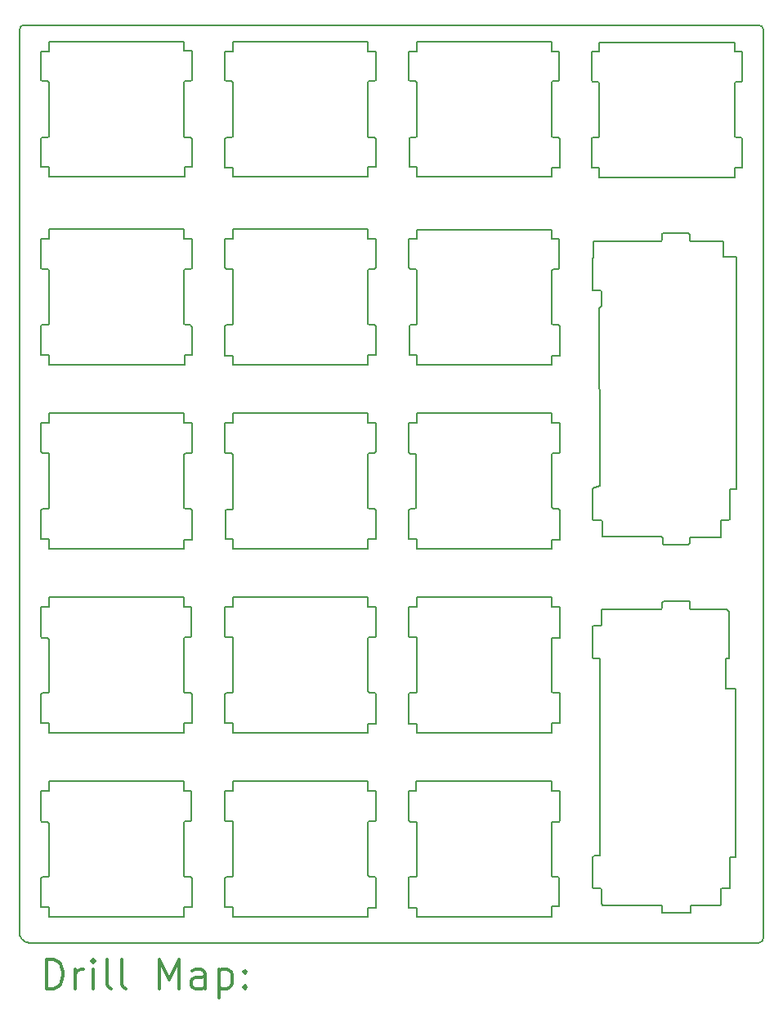
<source format=gbr>
%FSLAX45Y45*%
G04 Gerber Fmt 4.5, Leading zero omitted, Abs format (unit mm)*
G04 Created by KiCad (PCBNEW (5.1.9)-1) date 2021-05-26 14:26:19*
%MOMM*%
%LPD*%
G01*
G04 APERTURE LIST*
%TA.AperFunction,Profile*%
%ADD10C,0.150000*%
%TD*%
%ADD11C,0.200000*%
%ADD12C,0.300000*%
G04 APERTURE END LIST*
D10*
X12115800Y-15021560D02*
X13517880Y-15021560D01*
X13517880Y-15021560D02*
X13517880Y-14925040D01*
X13517880Y-14925040D02*
X13599160Y-14925040D01*
X11623040Y-14030960D02*
X11678920Y-14030960D01*
X11694160Y-14620240D02*
X11678920Y-14610080D01*
X11689080Y-14020800D02*
X11689080Y-13721080D01*
X10129520Y-14020800D02*
X10134600Y-14036040D01*
X11612880Y-14599920D02*
X11612880Y-14041120D01*
X11689080Y-13721080D02*
X11612880Y-13721080D01*
X10205720Y-14051280D02*
X10210800Y-14056360D01*
X10129520Y-14625320D02*
X10129520Y-14919960D01*
X11612880Y-15021560D02*
X11612880Y-14919960D01*
X10134600Y-14036040D02*
X10195560Y-14036040D01*
X11612880Y-14041120D02*
X11623040Y-14030960D01*
X10195560Y-14036040D02*
X10205720Y-14051280D01*
X10129520Y-14919960D02*
X10210800Y-14919960D01*
X10200640Y-14610080D02*
X10144760Y-14610080D01*
X10210800Y-14919960D02*
X10210800Y-15021560D01*
X11678920Y-14610080D02*
X11617960Y-14610080D01*
X11678920Y-14030960D02*
X11689080Y-14020800D01*
X11612880Y-13721080D02*
X11612880Y-13619480D01*
X10210800Y-14056360D02*
X10210800Y-14599920D01*
X11617960Y-14610080D02*
X11612880Y-14599920D01*
X10210800Y-14599920D02*
X10200640Y-14610080D01*
X10144760Y-14610080D02*
X10129520Y-14625320D01*
X10210800Y-15021560D02*
X11612880Y-15021560D01*
X11612880Y-14919960D02*
X11694160Y-14919960D01*
X11694160Y-14919960D02*
X11694160Y-14620240D01*
X13517880Y-13619480D02*
X12115800Y-13619480D01*
X12115800Y-14919960D02*
X12115800Y-15021560D01*
X12110720Y-14030960D02*
X12115800Y-14041120D01*
X12115800Y-14599920D02*
X12105640Y-14610080D01*
X12049760Y-14610080D02*
X12034520Y-14625320D01*
X12034520Y-14919960D02*
X12115800Y-14919960D01*
X13517880Y-14589760D02*
X13517880Y-14041120D01*
X12034520Y-14020800D02*
X12044680Y-14030960D01*
X13599160Y-14020800D02*
X13599160Y-13721080D01*
X13528040Y-14030960D02*
X13589000Y-14030960D01*
X13533120Y-14605000D02*
X13517880Y-14589760D01*
X13517880Y-14041120D02*
X13528040Y-14030960D01*
X12115800Y-13721080D02*
X12034520Y-13721080D01*
X13599160Y-14620240D02*
X13589000Y-14605000D01*
X13589000Y-14605000D02*
X13533120Y-14605000D01*
X13589000Y-14030960D02*
X13599160Y-14020800D01*
X12044680Y-14030960D02*
X12110720Y-14030960D01*
X12115800Y-13619480D02*
X12115800Y-13721080D01*
X12034520Y-14625320D02*
X12034520Y-14919960D01*
X12115800Y-14041120D02*
X12115800Y-14599920D01*
X13599160Y-13721080D02*
X13517880Y-13721080D01*
X13599160Y-14925040D02*
X13599160Y-14620240D01*
X12105640Y-14610080D02*
X12049760Y-14610080D01*
X13517880Y-13721080D02*
X13517880Y-13619480D01*
X12034520Y-13721080D02*
X12034520Y-14020800D01*
X10129520Y-13721080D02*
X10129520Y-14020800D01*
X11612880Y-13619480D02*
X10210800Y-13619480D01*
X10210800Y-13619480D02*
X10210800Y-13721080D01*
X10210800Y-13721080D02*
X10129520Y-13721080D01*
X15847060Y-6375400D02*
X15897860Y-6375400D01*
X15831820Y-6065520D02*
X15831820Y-6360160D01*
X17396460Y-6969760D02*
X17381220Y-6954520D01*
X17315180Y-6065520D02*
X17315180Y-5969000D01*
X17381220Y-6954520D02*
X17330420Y-6954520D01*
X15913100Y-7264400D02*
X15913100Y-7366000D01*
X17315180Y-6390640D02*
X17325340Y-6375400D01*
X17315180Y-6944360D02*
X17315180Y-6390640D01*
X15913100Y-6065520D02*
X15831820Y-6065520D01*
X15913100Y-6385560D02*
X15913100Y-6944360D01*
X17315180Y-7366000D02*
X17315180Y-7269480D01*
X17391380Y-6365240D02*
X17391380Y-6065520D01*
X17396460Y-7269480D02*
X17396460Y-6969760D01*
X15836900Y-7264400D02*
X15913100Y-7264400D01*
X15913100Y-6944360D02*
X15902940Y-6954520D01*
X17330420Y-6954520D02*
X17315180Y-6944360D01*
X17381220Y-6375400D02*
X17391380Y-6365240D01*
X17391380Y-6065520D02*
X17315180Y-6065520D01*
X17315180Y-7269480D02*
X17396460Y-7269480D01*
X15847060Y-6954520D02*
X15836900Y-6964680D01*
X17315180Y-7366000D02*
X15913100Y-7366000D01*
X15897860Y-6375400D02*
X15913100Y-6385560D01*
X17325340Y-6375400D02*
X17381220Y-6375400D01*
X15902940Y-6954520D02*
X15847060Y-6954520D01*
X15913100Y-5969000D02*
X15913100Y-6065520D01*
X17315180Y-5969000D02*
X15913100Y-5969000D01*
X15836900Y-6964680D02*
X15836900Y-7264400D01*
X15831820Y-6360160D02*
X15847060Y-6375400D01*
X17221200Y-12344400D02*
X17259300Y-12344400D01*
X17221200Y-12659360D02*
X17221200Y-12344400D01*
X13527040Y-6372960D02*
X13516880Y-6383120D01*
X13516880Y-5961480D02*
X13516880Y-6063080D01*
X12048760Y-6372960D02*
X12033520Y-6357720D01*
X12033520Y-6357720D02*
X12033520Y-6063080D01*
X12114800Y-6063080D02*
X12114800Y-5961480D01*
X13516880Y-6063080D02*
X13598160Y-6063080D01*
X12114800Y-5961480D02*
X13516880Y-5961480D01*
X13598160Y-6063080D02*
X13598160Y-6357720D01*
X13598160Y-6357720D02*
X13582920Y-6372960D01*
X13598160Y-7261960D02*
X13516880Y-7261960D01*
X13516880Y-6383120D02*
X13516880Y-6941920D01*
X13582920Y-6952080D02*
X13598160Y-6967320D01*
X11611880Y-7363560D02*
X10209800Y-7363560D01*
X13516880Y-6941920D02*
X13527040Y-6952080D01*
X13516880Y-7261960D02*
X13516880Y-7363560D01*
X13598160Y-6967320D02*
X13598160Y-7261960D01*
X10209800Y-7363560D02*
X10209800Y-7261960D01*
X13582920Y-6372960D02*
X13527040Y-6372960D01*
X12033520Y-6063080D02*
X12114800Y-6063080D01*
X12114800Y-6941920D02*
X12114800Y-6383120D01*
X13527040Y-6952080D02*
X13582920Y-6952080D01*
X12114800Y-6383120D02*
X12104640Y-6372960D01*
X12104640Y-6372960D02*
X12048760Y-6372960D01*
X11677920Y-6372960D02*
X11622040Y-6372960D01*
X11611880Y-6058000D02*
X11693160Y-6058000D01*
X11693160Y-6362800D02*
X11677920Y-6372960D01*
X10209800Y-6941920D02*
X10209800Y-6388200D01*
X11611880Y-6941920D02*
X11622040Y-6952080D01*
X11611880Y-5961480D02*
X11611880Y-6058000D01*
X10199640Y-6372960D02*
X10143760Y-6372960D01*
X11677920Y-6952080D02*
X11688080Y-6962240D01*
X11622040Y-6372960D02*
X11611880Y-6383120D01*
X11693160Y-6058000D02*
X11693160Y-6362800D01*
X11622040Y-6952080D02*
X11677920Y-6952080D01*
X10209800Y-5961480D02*
X11611880Y-5961480D01*
X10209800Y-7261960D02*
X10128520Y-7261960D01*
X10209800Y-6063080D02*
X10209800Y-5961480D01*
X10128520Y-6362800D02*
X10128520Y-6063080D01*
X11611880Y-6383120D02*
X11611880Y-6941920D01*
X10128520Y-7261960D02*
X10128520Y-6967320D01*
X10128520Y-6967320D02*
X10138680Y-6952080D01*
X10138680Y-6952080D02*
X10199640Y-6952080D01*
X10199640Y-6952080D02*
X10209800Y-6941920D01*
X10209800Y-6388200D02*
X10199640Y-6372960D01*
X10143760Y-6372960D02*
X10128520Y-6362800D01*
X10128520Y-6063080D02*
X10209800Y-6063080D01*
X15503160Y-7267040D02*
X15503160Y-6967320D01*
X15498080Y-6063080D02*
X15421880Y-6063080D01*
X15503160Y-6967320D02*
X15487920Y-6952080D01*
X15432040Y-6372960D02*
X15487920Y-6372960D01*
X15421880Y-6941920D02*
X15421880Y-6388200D01*
X15487920Y-6372960D02*
X15498080Y-6362800D01*
X15487920Y-6952080D02*
X15437120Y-6952080D01*
X15498080Y-6362800D02*
X15498080Y-6063080D01*
X15421880Y-6388200D02*
X15432040Y-6372960D01*
X15421880Y-7363560D02*
X15421880Y-7267040D01*
X15421880Y-7267040D02*
X15503160Y-7267040D01*
X15437120Y-6952080D02*
X15421880Y-6941920D01*
X14009640Y-6952080D02*
X13953760Y-6952080D01*
X14019800Y-6941920D02*
X14009640Y-6952080D01*
X13943600Y-7261960D02*
X14019800Y-7261960D01*
X14019800Y-7261960D02*
X14019800Y-7363560D01*
X12114800Y-7363560D02*
X12114800Y-7267040D01*
X12033520Y-7267040D02*
X12033520Y-6967320D01*
X12033520Y-6967320D02*
X12048760Y-6952080D01*
X12104640Y-6952080D02*
X12114800Y-6941920D01*
X15421880Y-6063080D02*
X15421880Y-5966560D01*
X12114800Y-7267040D02*
X12033520Y-7267040D01*
X15421880Y-5966560D02*
X14019800Y-5966560D01*
X14019800Y-5966560D02*
X14019800Y-6063080D01*
X14019800Y-6383120D02*
X14019800Y-6941920D01*
X12048760Y-6952080D02*
X12104640Y-6952080D01*
X14019800Y-6063080D02*
X13938520Y-6063080D01*
X13938520Y-6063080D02*
X13938520Y-6357720D01*
X13938520Y-6357720D02*
X13953760Y-6372960D01*
X13516880Y-7363560D02*
X12114800Y-7363560D01*
X14004560Y-6372960D02*
X14019800Y-6383120D01*
X13943600Y-6962240D02*
X13943600Y-7261960D01*
X15421880Y-7363560D02*
X14019800Y-7363560D01*
X13953760Y-6952080D02*
X13943600Y-6962240D01*
X13953760Y-6372960D02*
X14004560Y-6372960D01*
X11693160Y-7261960D02*
X11616960Y-7261960D01*
X11616960Y-7261960D02*
X11616960Y-7363560D01*
X11616960Y-7363560D02*
X11611880Y-7363560D01*
X11688080Y-6962240D02*
X11693160Y-6967320D01*
X11693160Y-6967320D02*
X11693160Y-7261960D01*
X15504160Y-12136120D02*
X15504160Y-12115800D01*
X15422880Y-12136120D02*
X15504160Y-12136120D01*
X17233900Y-11836400D02*
X17155160Y-11836400D01*
X17259300Y-11861800D02*
X17233900Y-11836400D01*
X17259300Y-12001500D02*
X17259300Y-11861800D01*
X17259300Y-12344400D02*
X17259300Y-12001500D01*
X17322800Y-12661900D02*
X17221200Y-12661900D01*
X17322800Y-14406880D02*
X17322800Y-12661900D01*
X15915640Y-12349480D02*
X15849600Y-12349480D01*
X15915640Y-12669520D02*
X15915640Y-12349480D01*
X17195800Y-8026400D02*
X17162780Y-8026400D01*
X17261840Y-10591800D02*
X17335500Y-10591800D01*
X17261840Y-10591800D02*
X17261840Y-10906760D01*
X17335500Y-10287000D02*
X17335500Y-10591800D01*
X17195800Y-8191500D02*
X17195800Y-8026400D01*
X17272000Y-8191500D02*
X17195800Y-8191500D01*
X17335500Y-8191500D02*
X17335500Y-10287000D01*
X17272000Y-8191500D02*
X17335500Y-8191500D01*
X15854680Y-8026400D02*
X16550640Y-8026400D01*
X15854680Y-8026400D02*
X15854680Y-8036560D01*
X15854680Y-8194040D02*
X15854680Y-8036560D01*
X15852140Y-8199120D02*
X15854680Y-8194040D01*
X17170400Y-11094720D02*
X17170400Y-11079480D01*
X16847820Y-11094720D02*
X17170400Y-11094720D01*
X16568420Y-11102340D02*
X16558260Y-11087100D01*
X15915640Y-10556240D02*
X15839440Y-10586720D01*
X10007600Y-15290800D02*
X10003880Y-15290557D01*
X15913100Y-8724900D02*
X15938500Y-8699500D01*
X15913100Y-8862060D02*
X15913100Y-8724900D01*
X15915640Y-10248900D02*
X15915640Y-10556240D01*
X17266920Y-14406880D02*
X17266920Y-14411960D01*
X17322800Y-14406880D02*
X17266920Y-14406880D01*
X15864840Y-14386560D02*
X15854680Y-14391640D01*
X15915640Y-14386560D02*
X15864840Y-14386560D01*
X15915640Y-14056360D02*
X15915640Y-14386560D01*
X10003880Y-15290557D02*
G75*
G02*
X9906000Y-15179040I8800J106438D01*
G01*
X11617960Y-9306560D02*
X11612880Y-9306560D01*
X11617960Y-9204960D02*
X11617960Y-9306560D01*
X11694160Y-9204960D02*
X11617960Y-9204960D01*
X11694160Y-8910320D02*
X11694160Y-9204960D01*
X11689080Y-8905240D02*
X11694160Y-8910320D01*
X11678920Y-8895080D02*
X11689080Y-8905240D01*
X11623040Y-8895080D02*
X11678920Y-8895080D01*
X11612880Y-8884920D02*
X11623040Y-8895080D01*
X11612880Y-8326120D02*
X11612880Y-8884920D01*
X11623040Y-8315960D02*
X11612880Y-8326120D01*
X11678920Y-8315960D02*
X11623040Y-8315960D01*
X11694160Y-8305800D02*
X11678920Y-8315960D01*
X11694160Y-8001000D02*
X11694160Y-8305800D01*
X11612880Y-8001000D02*
X11694160Y-8001000D01*
X11612880Y-7904480D02*
X11612880Y-8001000D01*
X10210800Y-7904480D02*
X11612880Y-7904480D01*
X10210800Y-8006080D02*
X10210800Y-7904480D01*
X10129520Y-8006080D02*
X10210800Y-8006080D01*
X10129520Y-8305800D02*
X10129520Y-8006080D01*
X10144760Y-8315960D02*
X10129520Y-8305800D01*
X10200640Y-8315960D02*
X10144760Y-8315960D01*
X10210800Y-8331200D02*
X10200640Y-8315960D01*
X10210800Y-8884920D02*
X10210800Y-8331200D01*
X10200640Y-8895080D02*
X10210800Y-8884920D01*
X10139680Y-8895080D02*
X10200640Y-8895080D01*
X10129520Y-8910320D02*
X10139680Y-8895080D01*
X10129520Y-9204960D02*
X10129520Y-8910320D01*
X10210800Y-9204960D02*
X10129520Y-9204960D01*
X10210800Y-9306560D02*
X10210800Y-9204960D01*
X11612880Y-9306560D02*
X10210800Y-9306560D01*
X13517880Y-9204960D02*
X13517880Y-9306560D01*
X13599160Y-9204960D02*
X13517880Y-9204960D01*
X13599160Y-8910320D02*
X13599160Y-9204960D01*
X13583920Y-8895080D02*
X13599160Y-8910320D01*
X13528040Y-8895080D02*
X13583920Y-8895080D01*
X13517880Y-8884920D02*
X13528040Y-8895080D01*
X13517880Y-8326120D02*
X13517880Y-8884920D01*
X13528040Y-8315960D02*
X13517880Y-8326120D01*
X13583920Y-8315960D02*
X13528040Y-8315960D01*
X13599160Y-8300720D02*
X13583920Y-8315960D01*
X13599160Y-8006080D02*
X13599160Y-8300720D01*
X13517880Y-8006080D02*
X13599160Y-8006080D01*
X13517880Y-7904480D02*
X13517880Y-8006080D01*
X12115800Y-7904480D02*
X13517880Y-7904480D01*
X12115800Y-8006080D02*
X12115800Y-7904480D01*
X12034520Y-8006080D02*
X12115800Y-8006080D01*
X12034520Y-8300720D02*
X12034520Y-8006080D01*
X12049760Y-8315960D02*
X12034520Y-8300720D01*
X12105640Y-8315960D02*
X12049760Y-8315960D01*
X12115800Y-8326120D02*
X12105640Y-8315960D01*
X12115800Y-8884920D02*
X12115800Y-8326120D01*
X12105640Y-8895080D02*
X12115800Y-8884920D01*
X12049760Y-8895080D02*
X12105640Y-8895080D01*
X12034520Y-8910320D02*
X12049760Y-8895080D01*
X12034520Y-9210040D02*
X12034520Y-8910320D01*
X12115800Y-9210040D02*
X12034520Y-9210040D01*
X12115800Y-9306560D02*
X12115800Y-9210040D01*
X13517880Y-9306560D02*
X12115800Y-9306560D01*
X15422880Y-9306560D02*
X14020800Y-9306560D01*
X14020800Y-9204960D02*
X14020800Y-9306560D01*
X13944600Y-9204960D02*
X14020800Y-9204960D01*
X13944600Y-8905240D02*
X13944600Y-9204960D01*
X13954760Y-8895080D02*
X13944600Y-8905240D01*
X14010640Y-8895080D02*
X13954760Y-8895080D01*
X14020800Y-8884920D02*
X14010640Y-8895080D01*
X14020800Y-8326120D02*
X14020800Y-8884920D01*
X14005560Y-8315960D02*
X14020800Y-8326120D01*
X13954760Y-8315960D02*
X14005560Y-8315960D01*
X13939520Y-8300720D02*
X13954760Y-8315960D01*
X13939520Y-8006080D02*
X13939520Y-8300720D01*
X14020800Y-8006080D02*
X13939520Y-8006080D01*
X14020800Y-7909560D02*
X14020800Y-8006080D01*
X15422880Y-7909560D02*
X14020800Y-7909560D01*
X15422880Y-8006080D02*
X15422880Y-7909560D01*
X15499080Y-8006080D02*
X15422880Y-8006080D01*
X15499080Y-8305800D02*
X15499080Y-8006080D01*
X15488920Y-8315960D02*
X15499080Y-8305800D01*
X15433040Y-8315960D02*
X15488920Y-8315960D01*
X15422880Y-8331200D02*
X15433040Y-8315960D01*
X15422880Y-8884920D02*
X15422880Y-8331200D01*
X15438120Y-8895080D02*
X15422880Y-8884920D01*
X15488920Y-8895080D02*
X15438120Y-8895080D01*
X15504160Y-8910320D02*
X15488920Y-8895080D01*
X15504160Y-9210040D02*
X15504160Y-8910320D01*
X15422880Y-9210040D02*
X15504160Y-9210040D01*
X15422880Y-9306560D02*
X15422880Y-9210040D01*
X14020800Y-9911080D02*
X13939520Y-9911080D01*
X14020800Y-9809480D02*
X14020800Y-9911080D01*
X15422880Y-9809480D02*
X14020800Y-9809480D01*
X15422880Y-9911080D02*
X15422880Y-9809480D01*
X15504160Y-9911080D02*
X15422880Y-9911080D01*
X15504160Y-10210800D02*
X15504160Y-9911080D01*
X15494000Y-10220960D02*
X15504160Y-10210800D01*
X15433040Y-10220960D02*
X15494000Y-10220960D01*
X15422880Y-10231120D02*
X15433040Y-10220960D01*
X15422880Y-10779760D02*
X15422880Y-10231120D01*
X15433040Y-10795000D02*
X15422880Y-10779760D01*
X15488920Y-10795000D02*
X15433040Y-10795000D01*
X15504160Y-10810240D02*
X15488920Y-10795000D01*
X15504160Y-11115040D02*
X15504160Y-10810240D01*
X15422880Y-11115040D02*
X15504160Y-11115040D01*
X15422880Y-11211560D02*
X15422880Y-11115040D01*
X14020800Y-11211560D02*
X15422880Y-11211560D01*
X14020800Y-11109960D02*
X14020800Y-11211560D01*
X13939520Y-11109960D02*
X14020800Y-11109960D01*
X13939520Y-10810240D02*
X13939520Y-11109960D01*
X13954760Y-10795000D02*
X13939520Y-10810240D01*
X14000480Y-10795000D02*
X13954760Y-10795000D01*
X14015720Y-10784840D02*
X14000480Y-10795000D01*
X14015720Y-10236200D02*
X14015720Y-10784840D01*
X14005560Y-10226040D02*
X14015720Y-10236200D01*
X13954760Y-10226040D02*
X14005560Y-10226040D01*
X13939520Y-10210800D02*
X13954760Y-10226040D01*
X13939520Y-9911080D02*
X13939520Y-10210800D01*
X12115800Y-9911080D02*
X12034520Y-9911080D01*
X12115800Y-9809480D02*
X12115800Y-9911080D01*
X13517880Y-9809480D02*
X12115800Y-9809480D01*
X13517880Y-9911080D02*
X13517880Y-9809480D01*
X13599160Y-9911080D02*
X13517880Y-9911080D01*
X13599160Y-10205720D02*
X13599160Y-9911080D01*
X13583920Y-10220960D02*
X13599160Y-10205720D01*
X13528040Y-10220960D02*
X13583920Y-10220960D01*
X13517880Y-10231120D02*
X13528040Y-10220960D01*
X13517880Y-10789920D02*
X13517880Y-10231120D01*
X13528040Y-10800080D02*
X13517880Y-10789920D01*
X13583920Y-10800080D02*
X13528040Y-10800080D01*
X13599160Y-10815320D02*
X13583920Y-10800080D01*
X13599160Y-11109960D02*
X13599160Y-10815320D01*
X13517880Y-11109960D02*
X13599160Y-11109960D01*
X13517880Y-11115040D02*
X13517880Y-11109960D01*
X13517880Y-11211560D02*
X13517880Y-11115040D01*
X12115800Y-11211560D02*
X13517880Y-11211560D01*
X12115800Y-11109960D02*
X12115800Y-11211560D01*
X12039600Y-11109960D02*
X12115800Y-11109960D01*
X12039600Y-10815320D02*
X12039600Y-11109960D01*
X12049760Y-10805160D02*
X12039600Y-10815320D01*
X12105640Y-10805160D02*
X12049760Y-10805160D01*
X12115800Y-10795000D02*
X12105640Y-10805160D01*
X12115800Y-10236200D02*
X12115800Y-10795000D01*
X12100560Y-10220960D02*
X12115800Y-10236200D01*
X12044680Y-10220960D02*
X12100560Y-10220960D01*
X12034520Y-10210800D02*
X12044680Y-10220960D01*
X12034520Y-10200640D02*
X12034520Y-10210800D01*
X12034520Y-9911080D02*
X12034520Y-10200640D01*
X10144760Y-10800080D02*
X10132060Y-10812780D01*
X10200640Y-10800080D02*
X10144760Y-10800080D01*
X10210800Y-10789920D02*
X10200640Y-10800080D01*
X10210800Y-10231120D02*
X10210800Y-10789920D01*
X10200640Y-10220960D02*
X10210800Y-10231120D01*
X10144760Y-10220960D02*
X10200640Y-10220960D01*
X10129520Y-10205720D02*
X10144760Y-10220960D01*
X10129520Y-9906000D02*
X10129520Y-10205720D01*
X10210800Y-9906000D02*
X10129520Y-9906000D01*
X10210800Y-9809480D02*
X10210800Y-9906000D01*
X11612880Y-9809480D02*
X10210800Y-9809480D01*
X11612880Y-9911080D02*
X11612880Y-9809480D01*
X11694160Y-9911080D02*
X11612880Y-9911080D01*
X11694160Y-10210800D02*
X11694160Y-9911080D01*
X11684000Y-10220960D02*
X11694160Y-10210800D01*
X11628120Y-10220960D02*
X11684000Y-10220960D01*
X11612880Y-10236200D02*
X11628120Y-10220960D01*
X11612880Y-10784840D02*
X11612880Y-10236200D01*
X11628120Y-10800080D02*
X11612880Y-10784840D01*
X11678920Y-10800080D02*
X11628120Y-10800080D01*
X11694160Y-10815320D02*
X11678920Y-10800080D01*
X11694160Y-11115040D02*
X11694160Y-10815320D01*
X11612880Y-11115040D02*
X11694160Y-11115040D01*
X11612880Y-11211560D02*
X11612880Y-11115040D01*
X10210800Y-11211560D02*
X11612880Y-11211560D01*
X10210800Y-11109960D02*
X10210800Y-11211560D01*
X10132060Y-11109960D02*
X10210800Y-11109960D01*
X10132060Y-10812780D02*
X10132060Y-11109960D01*
X14020800Y-11816080D02*
X14020800Y-11714480D01*
X13939520Y-11816080D02*
X14020800Y-11816080D01*
X13939520Y-12115800D02*
X13939520Y-11816080D01*
X13949680Y-12125960D02*
X13939520Y-12115800D01*
X14010640Y-12125960D02*
X13949680Y-12125960D01*
X14020800Y-12136120D02*
X14010640Y-12125960D01*
X14020800Y-12694920D02*
X14020800Y-12136120D01*
X14010640Y-12705080D02*
X14020800Y-12694920D01*
X13949680Y-12705080D02*
X14010640Y-12705080D01*
X13939520Y-12720320D02*
X13949680Y-12705080D01*
X13939520Y-13020040D02*
X13939520Y-12720320D01*
X13944600Y-13020040D02*
X13939520Y-13020040D01*
X14020800Y-13020040D02*
X13944600Y-13020040D01*
X14020800Y-13116560D02*
X14020800Y-13020040D01*
X15422880Y-13116560D02*
X14020800Y-13116560D01*
X15422880Y-13014960D02*
X15422880Y-13116560D01*
X15504160Y-13014960D02*
X15422880Y-13014960D01*
X15504160Y-12710160D02*
X15504160Y-13014960D01*
X15494000Y-12700000D02*
X15504160Y-12710160D01*
X15433040Y-12700000D02*
X15494000Y-12700000D01*
X15422880Y-12689840D02*
X15433040Y-12700000D01*
X15422880Y-12136120D02*
X15422880Y-12689840D01*
X15504160Y-11816080D02*
X15504160Y-12115800D01*
X15422880Y-11816080D02*
X15504160Y-11816080D01*
X15422880Y-11714480D02*
X15422880Y-11816080D01*
X14020800Y-11714480D02*
X15422880Y-11714480D01*
X12115800Y-13014960D02*
X12115800Y-13116560D01*
X12034520Y-13014960D02*
X12115800Y-13014960D01*
X12034520Y-12720320D02*
X12034520Y-13014960D01*
X12049760Y-12705080D02*
X12034520Y-12720320D01*
X12105640Y-12705080D02*
X12049760Y-12705080D01*
X12115800Y-12694920D02*
X12105640Y-12705080D01*
X12115800Y-12136120D02*
X12115800Y-12694920D01*
X12110720Y-12125960D02*
X12115800Y-12136120D01*
X12044680Y-12125960D02*
X12110720Y-12125960D01*
X12034520Y-12115800D02*
X12044680Y-12125960D01*
X12034520Y-11816080D02*
X12034520Y-12115800D01*
X12115800Y-11816080D02*
X12034520Y-11816080D01*
X12115800Y-11714480D02*
X12115800Y-11816080D01*
X13517880Y-11714480D02*
X12115800Y-11714480D01*
X13517880Y-11816080D02*
X13517880Y-11714480D01*
X13599160Y-11816080D02*
X13517880Y-11816080D01*
X13599160Y-12115800D02*
X13599160Y-11816080D01*
X13589000Y-12125960D02*
X13599160Y-12115800D01*
X13528040Y-12125960D02*
X13589000Y-12125960D01*
X13517880Y-12136120D02*
X13528040Y-12125960D01*
X13517880Y-12684760D02*
X13517880Y-12136120D01*
X13533120Y-12700000D02*
X13517880Y-12684760D01*
X13589000Y-12700000D02*
X13533120Y-12700000D01*
X13599160Y-12715240D02*
X13589000Y-12700000D01*
X13599160Y-13020040D02*
X13599160Y-12715240D01*
X13517880Y-13020040D02*
X13599160Y-13020040D01*
X13517880Y-13116560D02*
X13517880Y-13020040D01*
X12115800Y-13116560D02*
X13517880Y-13116560D01*
X11612880Y-11816080D02*
X11612880Y-11714480D01*
X11689080Y-11816080D02*
X11612880Y-11816080D01*
X11689080Y-12115800D02*
X11689080Y-11816080D01*
X11678920Y-12125960D02*
X11689080Y-12115800D01*
X11623040Y-12125960D02*
X11678920Y-12125960D01*
X11612880Y-12136120D02*
X11623040Y-12125960D01*
X11612880Y-12694920D02*
X11612880Y-12136120D01*
X11617960Y-12705080D02*
X11612880Y-12694920D01*
X11678920Y-12705080D02*
X11617960Y-12705080D01*
X11694160Y-12715240D02*
X11678920Y-12705080D01*
X11694160Y-13014960D02*
X11694160Y-12715240D01*
X11612880Y-13014960D02*
X11694160Y-13014960D01*
X11612880Y-13116560D02*
X11612880Y-13014960D01*
X10210800Y-13116560D02*
X11612880Y-13116560D01*
X10210800Y-13014960D02*
X10210800Y-13116560D01*
X10129520Y-13014960D02*
X10210800Y-13014960D01*
X10129520Y-12720320D02*
X10129520Y-13014960D01*
X10144760Y-12705080D02*
X10129520Y-12720320D01*
X10200640Y-12705080D02*
X10144760Y-12705080D01*
X10210800Y-12694920D02*
X10200640Y-12705080D01*
X10210800Y-12151360D02*
X10210800Y-12694920D01*
X10205720Y-12146280D02*
X10210800Y-12151360D01*
X10195560Y-12131040D02*
X10205720Y-12146280D01*
X10134600Y-12131040D02*
X10195560Y-12131040D01*
X10129520Y-12115800D02*
X10134600Y-12131040D01*
X10129520Y-11816080D02*
X10129520Y-12115800D01*
X10210800Y-11816080D02*
X10129520Y-11816080D01*
X10210800Y-11714480D02*
X10210800Y-11816080D01*
X11612880Y-11714480D02*
X10210800Y-11714480D01*
X15422880Y-14919960D02*
X15422880Y-15021560D01*
X15422880Y-14914880D02*
X15422880Y-14919960D01*
X15499080Y-14914880D02*
X15422880Y-14914880D01*
X15499080Y-14620240D02*
X15499080Y-14914880D01*
X15483840Y-14610080D02*
X15499080Y-14620240D01*
X15427960Y-14610080D02*
X15483840Y-14610080D01*
X15422880Y-14599920D02*
X15427960Y-14610080D01*
X15422880Y-14041120D02*
X15422880Y-14599920D01*
X15427960Y-14036040D02*
X15422880Y-14041120D01*
X15494000Y-14036040D02*
X15427960Y-14036040D01*
X15504160Y-14025880D02*
X15494000Y-14036040D01*
X15504160Y-13716000D02*
X15504160Y-14025880D01*
X15422880Y-13716000D02*
X15504160Y-13716000D01*
X15422880Y-13619480D02*
X15422880Y-13716000D01*
X14015720Y-13619480D02*
X15422880Y-13619480D01*
X14015720Y-13716000D02*
X14015720Y-13619480D01*
X13939520Y-13716000D02*
X14015720Y-13716000D01*
X13939520Y-14020800D02*
X13939520Y-13716000D01*
X13954760Y-14036040D02*
X13939520Y-14020800D01*
X14010640Y-14036040D02*
X13954760Y-14036040D01*
X14020800Y-14046200D02*
X14010640Y-14036040D01*
X14020800Y-14594840D02*
X14020800Y-14046200D01*
X14010640Y-14605000D02*
X14020800Y-14594840D01*
X13949680Y-14605000D02*
X14010640Y-14605000D01*
X13939520Y-14615160D02*
X13949680Y-14605000D01*
X13939520Y-14925040D02*
X13939520Y-14615160D01*
X14020800Y-14925040D02*
X13939520Y-14925040D01*
X14020800Y-15021560D02*
X14020800Y-14925040D01*
X15422880Y-15021560D02*
X14020800Y-15021560D01*
X15935960Y-11841480D02*
X15956280Y-11836400D01*
X15935960Y-11998960D02*
X15935960Y-11841480D01*
X15925800Y-12009120D02*
X15935960Y-11998960D01*
X15849600Y-12009120D02*
X15925800Y-12009120D01*
X15839440Y-12019280D02*
X15849600Y-12009120D01*
X15839440Y-12339320D02*
X15839440Y-12019280D01*
X15849600Y-12349480D02*
X15839440Y-12339320D01*
X15915640Y-14056360D02*
X15915640Y-12669520D01*
X15839440Y-14401800D02*
X15854680Y-14391640D01*
X15839440Y-14716760D02*
X15839440Y-14401800D01*
X15854680Y-14726920D02*
X15839440Y-14716760D01*
X15925800Y-14726920D02*
X15854680Y-14726920D01*
X15935960Y-14742160D02*
X15925800Y-14726920D01*
X15935960Y-14879320D02*
X15935960Y-14742160D01*
X15946120Y-14899640D02*
X15935960Y-14879320D01*
X16555720Y-14899640D02*
X15946120Y-14899640D01*
X16565880Y-14914880D02*
X16555720Y-14899640D01*
X16565880Y-14980920D02*
X16565880Y-14914880D01*
X16845280Y-14980920D02*
X16565880Y-14980920D01*
X16855440Y-14975840D02*
X16845280Y-14980920D01*
X16855440Y-14904720D02*
X16855440Y-14975840D01*
X16860520Y-14899640D02*
X16855440Y-14904720D01*
X17165320Y-14899640D02*
X16860520Y-14899640D01*
X17175480Y-14894560D02*
X17165320Y-14899640D01*
X17175480Y-14884400D02*
X17175480Y-14894560D01*
X17175480Y-14732000D02*
X17175480Y-14884400D01*
X17180560Y-14726920D02*
X17175480Y-14732000D01*
X17261840Y-14726920D02*
X17180560Y-14726920D01*
X17266920Y-14721840D02*
X17261840Y-14726920D01*
X17266920Y-14411960D02*
X17266920Y-14721840D01*
X16855440Y-11836400D02*
X17155160Y-11836400D01*
X16850360Y-11826240D02*
X16855440Y-11836400D01*
X16850360Y-11765280D02*
X16850360Y-11826240D01*
X16840200Y-11755120D02*
X16850360Y-11765280D01*
X16576040Y-11755120D02*
X16840200Y-11755120D01*
X16565880Y-11770360D02*
X16576040Y-11755120D01*
X16565880Y-11821160D02*
X16565880Y-11770360D01*
X16550640Y-11836400D02*
X16565880Y-11821160D01*
X15956280Y-11836400D02*
X16550640Y-11836400D01*
X16855440Y-8026400D02*
X17162780Y-8026400D01*
X16850360Y-8018780D02*
X16855440Y-8026400D01*
X16850360Y-7957820D02*
X16850360Y-8018780D01*
X16845280Y-7952740D02*
X16850360Y-7957820D01*
X16837660Y-7945120D02*
X16845280Y-7952740D01*
X16573500Y-7945120D02*
X16837660Y-7945120D01*
X16563340Y-7955280D02*
X16573500Y-7945120D01*
X16563340Y-8013700D02*
X16563340Y-7955280D01*
X16550640Y-8026400D02*
X16563340Y-8013700D01*
X15841980Y-8209280D02*
X15852140Y-8199120D01*
X15841980Y-8536940D02*
X15841980Y-8209280D01*
X15923260Y-8536940D02*
X15841980Y-8536940D01*
X15938500Y-8544560D02*
X15923260Y-8536940D01*
X15938500Y-8699500D02*
X15938500Y-8544560D01*
X15915640Y-10248900D02*
X15913100Y-8862060D01*
X15839440Y-10906760D02*
X15839440Y-10586720D01*
X15841980Y-10909300D02*
X15839440Y-10906760D01*
X15854680Y-10914380D02*
X15841980Y-10909300D01*
X15933420Y-10914380D02*
X15854680Y-10914380D01*
X15941040Y-10932160D02*
X15933420Y-10914380D01*
X15941040Y-11071860D02*
X15941040Y-10932160D01*
X15941040Y-11087100D02*
X15941040Y-11071860D01*
X15946120Y-11087100D02*
X15941040Y-11087100D01*
X16558260Y-11087100D02*
X15946120Y-11087100D01*
X16568420Y-11163300D02*
X16568420Y-11102340D01*
X16578580Y-11168380D02*
X16568420Y-11163300D01*
X16837660Y-11168380D02*
X16578580Y-11168380D01*
X16847820Y-11155680D02*
X16837660Y-11168380D01*
X16847820Y-11094720D02*
X16847820Y-11155680D01*
X17170400Y-11071860D02*
X17170400Y-11079480D01*
X17170400Y-10919460D02*
X17170400Y-11071860D01*
X17188180Y-10914380D02*
X17170400Y-10919460D01*
X17251680Y-10914380D02*
X17188180Y-10914380D01*
X17261840Y-10909300D02*
X17251680Y-10914380D01*
X17261840Y-10906760D02*
X17261840Y-10909300D01*
X17564100Y-5790800D02*
G75*
G02*
X17614900Y-5841600I0J-50800D01*
G01*
X17614900Y-15240000D02*
G75*
G02*
X17564100Y-15290800I-50800J0D01*
G01*
X9906000Y-5840800D02*
G75*
G02*
X9956800Y-5790000I50800J0D01*
G01*
X10007600Y-15290800D02*
X17564100Y-15290800D01*
X17614910Y-15240000D02*
X17614910Y-5841600D01*
X17564100Y-5790800D02*
X9956800Y-5790800D01*
X9906000Y-5841600D02*
X9906000Y-15179040D01*
D11*
D12*
X10184808Y-15764014D02*
X10184808Y-15464014D01*
X10256236Y-15464014D01*
X10299093Y-15478300D01*
X10327665Y-15506871D01*
X10341950Y-15535443D01*
X10356236Y-15592586D01*
X10356236Y-15635443D01*
X10341950Y-15692586D01*
X10327665Y-15721157D01*
X10299093Y-15749729D01*
X10256236Y-15764014D01*
X10184808Y-15764014D01*
X10484808Y-15764014D02*
X10484808Y-15564014D01*
X10484808Y-15621157D02*
X10499093Y-15592586D01*
X10513379Y-15578300D01*
X10541950Y-15564014D01*
X10570522Y-15564014D01*
X10670522Y-15764014D02*
X10670522Y-15564014D01*
X10670522Y-15464014D02*
X10656236Y-15478300D01*
X10670522Y-15492586D01*
X10684808Y-15478300D01*
X10670522Y-15464014D01*
X10670522Y-15492586D01*
X10856236Y-15764014D02*
X10827665Y-15749729D01*
X10813379Y-15721157D01*
X10813379Y-15464014D01*
X11013379Y-15764014D02*
X10984808Y-15749729D01*
X10970522Y-15721157D01*
X10970522Y-15464014D01*
X11356236Y-15764014D02*
X11356236Y-15464014D01*
X11456236Y-15678300D01*
X11556236Y-15464014D01*
X11556236Y-15764014D01*
X11827665Y-15764014D02*
X11827665Y-15606871D01*
X11813379Y-15578300D01*
X11784807Y-15564014D01*
X11727665Y-15564014D01*
X11699093Y-15578300D01*
X11827665Y-15749729D02*
X11799093Y-15764014D01*
X11727665Y-15764014D01*
X11699093Y-15749729D01*
X11684807Y-15721157D01*
X11684807Y-15692586D01*
X11699093Y-15664014D01*
X11727665Y-15649729D01*
X11799093Y-15649729D01*
X11827665Y-15635443D01*
X11970522Y-15564014D02*
X11970522Y-15864014D01*
X11970522Y-15578300D02*
X11999093Y-15564014D01*
X12056236Y-15564014D01*
X12084807Y-15578300D01*
X12099093Y-15592586D01*
X12113379Y-15621157D01*
X12113379Y-15706871D01*
X12099093Y-15735443D01*
X12084807Y-15749729D01*
X12056236Y-15764014D01*
X11999093Y-15764014D01*
X11970522Y-15749729D01*
X12241950Y-15735443D02*
X12256236Y-15749729D01*
X12241950Y-15764014D01*
X12227665Y-15749729D01*
X12241950Y-15735443D01*
X12241950Y-15764014D01*
X12241950Y-15578300D02*
X12256236Y-15592586D01*
X12241950Y-15606871D01*
X12227665Y-15592586D01*
X12241950Y-15578300D01*
X12241950Y-15606871D01*
M02*

</source>
